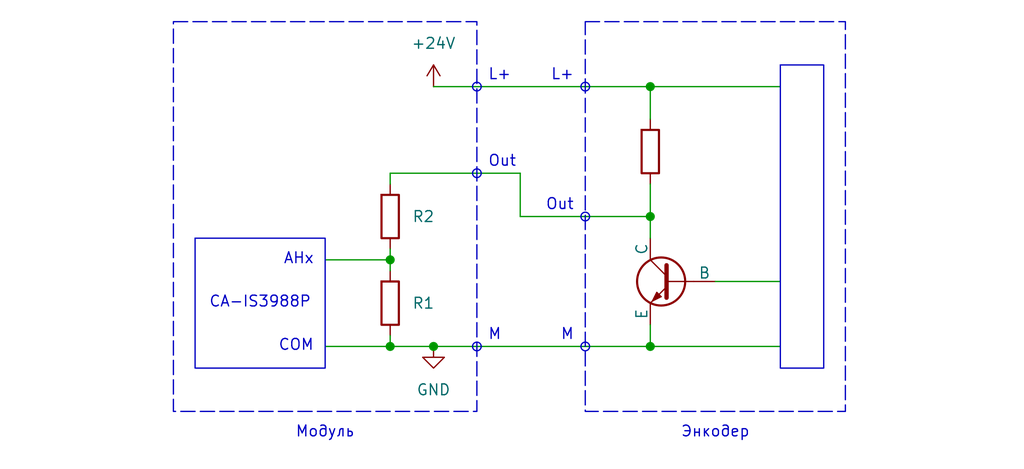
<source format=kicad_sch>
(kicad_sch (version 20250114) (generator "eeschema") (generator_version "9.0")
  (paper "User" 120 55)
  (lib_symbols
    (symbol "Device:R" (pin_numbers (hide yes)) (pin_names (offset 0))
      (property "Reference" "R" (at 2.032 0 90))
      (property "Value" "R" (at 0 0 90))
      (symbol "R_0_1"
        (rectangle (start -1.016 -2.54) (end 1.016 2.54) (stroke (width 0.254)))
      )
      (symbol "R_1_1"
        (pin passive line (at 0 3.81 270) (length 1.27) (name "~") (number "1"))
        (pin passive line (at 0 -3.81 90) (length 1.27) (name "~") (number "2"))
      )
    )
    (symbol "Transistor_BJT:BC107" (pin_numbers (hide yes)) (pin_names (offset 0))
      (property "Reference" "Q" (at 5.08 1.905 0))
      (property "Value" "BC107" (at 5.08 0 0))
      (symbol "BC107_0_1"
        (polyline (pts (xy -2.54 0) (xy 0.635 0)))
        (polyline (pts (xy 0.635 1.905) (xy 0.635 -1.905)) (stroke (width 0.508)))
        (circle (center 1.27 0) (radius 2.8194) (stroke (width 0.254)))
      )
      (symbol "BC107_1_1"
        (polyline (pts (xy 0.635 0.635) (xy 2.54 2.54)))
        (polyline (pts (xy 0.635 -0.635) (xy 2.54 -2.54)))
        (polyline (pts (xy 1.27 -1.778) (xy 1.778 -1.27) (xy 2.286 -2.286) (xy 1.27 -1.778)) (fill (type outline)))
        (pin input line (at -5.08 0 0) (length 2.54) (name "B") (number "2"))
        (pin passive line (at 2.54 5.08 270) (length 2.54) (name "C") (number "3"))
        (pin passive line (at 2.54 -5.08 90) (length 2.54) (name "E") (number "1"))
      )
    )
    (symbol "power:+24V" (power) (pin_numbers (hide yes)) (pin_names (offset 0) (hide yes))
      (property "Value" "+24V" (at 0 3.556 0))
      (symbol "+24V_0_1"
        (polyline (pts (xy -0.762 1.27) (xy 0 2.54)))
        (polyline (pts (xy 0 2.54) (xy 0.762 1.27)))
        (polyline (pts (xy 0 0) (xy 0 2.54)))
      )
      (symbol "+24V_1_1"
        (pin power_in line (at 0 0 90) (length 0) (name "~") (number "1"))
      )
    )
    (symbol "power:GND" (power) (pin_numbers (hide yes)) (pin_names (offset 0) (hide yes))
      (property "Value" "GND" (at 0 -3.81 0))
      (symbol "GND_0_1"
        (polyline (pts (xy 0 0) (xy 0 -1.27) (xy 1.27 -1.27) (xy 0 -2.54) (xy -1.27 -1.27) (xy 0 -1.27)))
      )
      (symbol "GND_1_1"
        (pin power_in line (at 0 0 270) (length 0) (name "~") (number "1"))
      )
    )
  )
  (rectangle (start 68.58 2.54) (end 99.06 48.26) (stroke (width 0) (type dash)))
  (circle (center 55.88 20.32) (radius 0.508) (fill (type color)))
  (circle (center 68.58 10.16) (radius 0.508) (fill (type color)))
  (circle (center 68.58 40.64) (radius 0.508) (fill (type color)))
  (rectangle (start 20.32 2.54) (end 55.88 48.26) (stroke (width 0) (type dash)))
  (rectangle (start 91.44 7.62) (end 96.52 43.18))
  (circle (center 55.88 40.64) (radius 0.508) (fill (type color)))
  (rectangle (start 22.86 27.94) (end 38.1 43.18))
  (circle (center 55.88 10.16) (radius 0.508) (fill (type color)))
  (circle (center 68.58 25.4) (radius 0.508) (fill (type color)))
  (text "CA-IS3988P" (at 30.48 35.56 0) (effects (font (size 1.27 1.27))))
  (text "L+" (at 57.15 8.89 0) (effects (font (size 1.27 1.27)) (justify left)))
  (text "Модуль" (at 38.1 50.8 0) (effects (font (size 1.27 1.27))))
  (text "Out" (at 67.31 24.13 0) (effects (font (size 1.27 1.27)) (justify right)))
  (text "M" (at 67.31 39.37 0) (effects (font (size 1.27 1.27)) (justify right)))
  (text "AHx" (at 36.83 30.48 0) (effects (font (size 1.27 1.27)) (justify right)))
  (text "M" (at 57.15 39.37 0) (effects (font (size 1.27 1.27)) (justify left)))
  (text "COM" (at 36.83 40.64 0) (effects (font (size 1.27 1.27)) (justify right)))
  (text "Out" (at 57.15 19.05 0) (effects (font (size 1.27 1.27)) (justify left)))
  (text "L+" (at 67.31 8.89 0) (effects (font (size 1.27 1.27)) (justify right)))
  (text "Энкодер" (at 83.82 50.8 0) (effects (font (size 1.27 1.27))))
  (junction (at 76.2 25.4))
  (junction (at 50.8 40.64))
  (junction (at 45.72 40.64))
  (junction (at 45.72 30.48))
  (junction (at 76.2 10.16))
  (junction (at 76.2 40.64))
  (wire (pts (xy 76.2 25.4) (xy 76.2 27.94)))
  (wire (pts (xy 45.72 40.64) (xy 50.8 40.64)))
  (wire (pts (xy 38.1 30.48) (xy 45.72 30.48)))
  (wire (pts (xy 76.2 10.16) (xy 91.44 10.16)))
  (wire (pts (xy 50.8 10.16) (xy 76.2 10.16)))
  (wire (pts (xy 60.96 25.4) (xy 60.96 20.32)))
  (wire (pts (xy 76.2 38.1) (xy 76.2 40.64)))
  (wire (pts (xy 45.72 31.75) (xy 45.72 30.48)))
  (wire (pts (xy 38.1 40.64) (xy 45.72 40.64)))
  (wire (pts (xy 45.72 20.32) (xy 60.96 20.32)))
  (wire (pts (xy 50.8 40.64) (xy 76.2 40.64)))
  (wire (pts (xy 45.72 30.48) (xy 45.72 29.21)))
  (wire (pts (xy 83.82 33.02) (xy 91.44 33.02)))
  (wire (pts (xy 45.72 39.37) (xy 45.72 40.64)))
  (wire (pts (xy 76.2 25.4) (xy 60.96 25.4)))
  (wire (pts (xy 76.2 40.64) (xy 91.44 40.64)))
  (wire (pts (xy 76.2 21.59) (xy 76.2 25.4)))
  (wire (pts (xy 76.2 10.16) (xy 76.2 13.97)))
  (wire (pts (xy 45.72 20.32) (xy 45.72 21.59)))
  (symbol (lib_id "power:GND") (at 50.8 40.64 0) (unit 1)
    (property "Reference" "#PWR?" (effects (hide yes)))
    (property "Value" "GND" (at 50.8 45.72 0))
    (property "Description" "Power symbol creates a global label with name \"GND\" , ground" (effects (hide yes)))
  )
  (symbol (lib_id "Device:R") (at 76.2 17.78 0) (unit 1)
    (property "Reference" "R3" (effects (hide yes)))
    (property "Value" "R" (effects (hide yes)))
    (property "Description" "Resistor" (effects (hide yes)))
  )
  (symbol (lib_id "power:+24V") (at 50.8 10.16 0) (unit 1)
    (property "Reference" "#PWR?" (effects (hide yes)))
    (property "Value" "+24V" (at 50.8 5.08 0))
    (property "Description" "Power symbol creates a global label with name \"+24V\"" (effects (hide yes)))
  )
  (symbol (lib_id "Device:R") (at 45.72 35.56 0) (unit 1)
    (property "Reference" "R1" (at 48.26 35.5599 0) (effects (justify left)))
    (property "Value" "R" (effects (hide yes)))
    (property "Description" "Resistor" (effects (hide yes)))
  )
  (symbol (lib_id "Device:R") (at 45.72 25.4 0) (unit 1)
    (property "Reference" "R2" (at 48.26 25.4 0) (effects (justify left)))
    (property "Value" "R" (effects (hide yes)))
    (property "Description" "Resistor" (effects (hide yes)))
  )
  (symbol (lib_id "Transistor_BJT:BC107") (at 78.74 33.02 0) (mirror y) (unit 1)
    (property "Reference" "Q?" (effects (hide yes)))
    (property "Value" "BC107" (effects (hide yes)))
    (property "Footprint" "Package_TO_SOT_THT:TO-18-3" (effects (hide yes)))
    (property "Datasheet" "http://www.b-kainka.de/Daten/Transistor/BC108.pdf" (effects (hide yes)))
    (property "Description" "0.1A Ic, 50V Vce, Low Noise General Purpose NPN Transistor, TO-18" (effects (hide yes)))
  )
)
</source>
